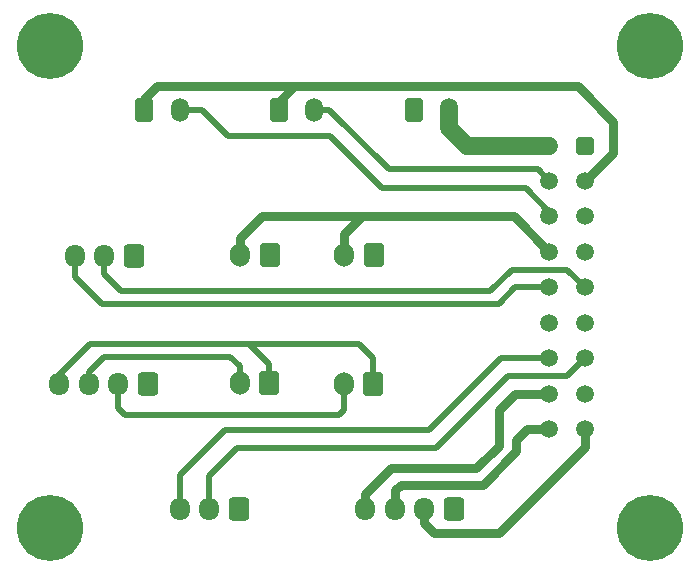
<source format=gbr>
%TF.GenerationSoftware,KiCad,Pcbnew,(6.0.6)*%
%TF.CreationDate,2022-07-16T02:29:14+02:00*%
%TF.ProjectId,breakbox_pcb,62726561-6b62-46f7-985f-7063622e6b69,rev?*%
%TF.SameCoordinates,Original*%
%TF.FileFunction,Copper,L1,Top*%
%TF.FilePolarity,Positive*%
%FSLAX46Y46*%
G04 Gerber Fmt 4.6, Leading zero omitted, Abs format (unit mm)*
G04 Created by KiCad (PCBNEW (6.0.6)) date 2022-07-16 02:29:14*
%MOMM*%
%LPD*%
G01*
G04 APERTURE LIST*
G04 Aperture macros list*
%AMRoundRect*
0 Rectangle with rounded corners*
0 $1 Rounding radius*
0 $2 $3 $4 $5 $6 $7 $8 $9 X,Y pos of 4 corners*
0 Add a 4 corners polygon primitive as box body*
4,1,4,$2,$3,$4,$5,$6,$7,$8,$9,$2,$3,0*
0 Add four circle primitives for the rounded corners*
1,1,$1+$1,$2,$3*
1,1,$1+$1,$4,$5*
1,1,$1+$1,$6,$7*
1,1,$1+$1,$8,$9*
0 Add four rect primitives between the rounded corners*
20,1,$1+$1,$2,$3,$4,$5,0*
20,1,$1+$1,$4,$5,$6,$7,0*
20,1,$1+$1,$6,$7,$8,$9,0*
20,1,$1+$1,$8,$9,$2,$3,0*%
G04 Aperture macros list end*
%TA.AperFunction,ComponentPad*%
%ADD10C,5.600000*%
%TD*%
%TA.AperFunction,ComponentPad*%
%ADD11RoundRect,0.250001X-0.499999X0.499999X-0.499999X-0.499999X0.499999X-0.499999X0.499999X0.499999X0*%
%TD*%
%TA.AperFunction,ComponentPad*%
%ADD12C,1.500000*%
%TD*%
%TA.AperFunction,ComponentPad*%
%ADD13RoundRect,0.250000X0.600000X0.725000X-0.600000X0.725000X-0.600000X-0.725000X0.600000X-0.725000X0*%
%TD*%
%TA.AperFunction,ComponentPad*%
%ADD14O,1.700000X1.950000*%
%TD*%
%TA.AperFunction,ComponentPad*%
%ADD15RoundRect,0.250000X0.600000X0.750000X-0.600000X0.750000X-0.600000X-0.750000X0.600000X-0.750000X0*%
%TD*%
%TA.AperFunction,ComponentPad*%
%ADD16O,1.700000X2.000000*%
%TD*%
%TA.AperFunction,ComponentPad*%
%ADD17RoundRect,0.250001X-0.499999X-0.759999X0.499999X-0.759999X0.499999X0.759999X-0.499999X0.759999X0*%
%TD*%
%TA.AperFunction,ComponentPad*%
%ADD18O,1.500000X2.020000*%
%TD*%
%TA.AperFunction,Conductor*%
%ADD19C,0.762000*%
%TD*%
%TA.AperFunction,Conductor*%
%ADD20C,0.508000*%
%TD*%
%TA.AperFunction,Conductor*%
%ADD21C,1.524000*%
%TD*%
G04 APERTURE END LIST*
D10*
%TO.P,REF\u002A\u002A,1*%
%TO.N,N/C*%
X54700000Y-95400000D03*
%TD*%
%TO.P,REF\u002A\u002A,1*%
%TO.N,N/C*%
X105500000Y-54600000D03*
%TD*%
D11*
%TO.P,Breakbox Out,1*%
%TO.N,N/C*%
X100000000Y-63000000D03*
D12*
%TO.P,Breakbox Out,2*%
X100000000Y-66000000D03*
%TO.P,Breakbox Out,3*%
X100000000Y-69000000D03*
%TO.P,Breakbox Out,4*%
X100000000Y-72000000D03*
%TO.P,Breakbox Out,5*%
X100000000Y-75000000D03*
%TO.P,Breakbox Out,6*%
X100000000Y-78000000D03*
%TO.P,Breakbox Out,7*%
X100000000Y-81000000D03*
%TO.P,Breakbox Out,8*%
X100000000Y-84000000D03*
%TO.P,Breakbox Out,9*%
X100000000Y-87000000D03*
%TO.P,Breakbox Out,10*%
X97000000Y-63000000D03*
%TO.P,Breakbox Out,11*%
X97000000Y-66000000D03*
%TO.P,Breakbox Out,12*%
X97000000Y-69000000D03*
%TO.P,Breakbox Out,13*%
X97000000Y-72000000D03*
%TO.P,Breakbox Out,14*%
X97000000Y-75000000D03*
%TO.P,Breakbox Out,15*%
X97000000Y-78000000D03*
%TO.P,Breakbox Out,16*%
X97000000Y-81000000D03*
%TO.P,Breakbox Out,17*%
X97000000Y-84000000D03*
%TO.P,Breakbox Out,18*%
X97000000Y-87000000D03*
%TD*%
D13*
%TO.P,Neo Pixel,1*%
%TO.N,N/C*%
X70700000Y-93800000D03*
D14*
%TO.P,Neo Pixel,2*%
X68200000Y-93800000D03*
%TO.P,Neo Pixel,3*%
X65700000Y-93800000D03*
%TD*%
D15*
%TO.P,Fan 1,1*%
%TO.N,N/C*%
X82150000Y-72300000D03*
D16*
%TO.P,Fan 1,2*%
X79650000Y-72300000D03*
%TD*%
D10*
%TO.P,REF\u002A\u002A,1*%
%TO.N,N/C*%
X54700000Y-54600000D03*
%TD*%
D17*
%TO.P,Therm 0 In,1*%
%TO.N,N/C*%
X74100000Y-59970000D03*
D18*
%TO.P,Therm 0 In,2*%
X77100000Y-59970000D03*
%TD*%
D13*
%TO.P,Probe,1*%
%TO.N,N/C*%
X61800000Y-72325000D03*
D14*
%TO.P,Probe,2*%
X59300000Y-72325000D03*
%TO.P,Probe,3*%
X56800000Y-72325000D03*
%TD*%
D15*
%TO.P,Endstop Y,1*%
%TO.N,N/C*%
X82100000Y-83150000D03*
D16*
%TO.P,Endstop Y,2*%
X79600000Y-83150000D03*
%TD*%
D17*
%TO.P,Therm 1 In,1*%
%TO.N,N/C*%
X62700000Y-59970000D03*
D18*
%TO.P,Therm 1 In,2*%
X65700000Y-59970000D03*
%TD*%
D13*
%TO.P,E-Motor,1*%
%TO.N,N/C*%
X88900000Y-93800000D03*
D14*
%TO.P,E-Motor,2*%
X86400000Y-93800000D03*
%TO.P,E-Motor,3*%
X83900000Y-93800000D03*
%TO.P,E-Motor,4*%
X81400000Y-93800000D03*
%TD*%
D17*
%TO.P,HE In,1*%
%TO.N,N/C*%
X85500000Y-59970000D03*
D18*
%TO.P,HE In,2*%
X88500000Y-59970000D03*
%TD*%
D10*
%TO.P,REF\u002A\u002A,1*%
%TO.N,N/C*%
X105500000Y-95400000D03*
%TD*%
D13*
%TO.P,Endstops X/Y,1*%
%TO.N,N/C*%
X63000000Y-83225000D03*
D14*
%TO.P,Endstops X/Y,2*%
X60500000Y-83225000D03*
%TO.P,Endstops X/Y,3*%
X58000000Y-83225000D03*
%TO.P,Endstops X/Y,4*%
X55500000Y-83225000D03*
%TD*%
D15*
%TO.P,Fan 0,1*%
%TO.N,N/C*%
X73350000Y-72300000D03*
D16*
%TO.P,Fan 0,2*%
X70850000Y-72300000D03*
%TD*%
D15*
%TO.P,Endstop X,1*%
%TO.N,N/C*%
X73300000Y-83125000D03*
D16*
%TO.P,Endstop X,2*%
X70800000Y-83125000D03*
%TD*%
D19*
%TO.N,*%
X102400000Y-61000000D02*
X102400000Y-63600000D01*
D20*
X69500000Y-87100000D02*
X86800000Y-87100000D01*
D19*
X74100000Y-59970000D02*
X74100000Y-59300000D01*
D20*
X93800000Y-73500000D02*
X98500000Y-73500000D01*
X94100000Y-75000000D02*
X97000000Y-75000000D01*
X78400000Y-62200000D02*
X82800000Y-66600000D01*
X77100000Y-59970000D02*
X78370000Y-59970000D01*
D19*
X92700000Y-88400000D02*
X92700000Y-85400000D01*
D20*
X79600000Y-85400000D02*
X79200000Y-85800000D01*
D19*
X83900000Y-93800000D02*
X83900000Y-92200000D01*
X94200000Y-87900000D02*
X95100000Y-87000000D01*
X84400000Y-91700000D02*
X91400000Y-91700000D01*
D20*
X92000000Y-75300000D02*
X93800000Y-73500000D01*
X59300000Y-72325000D02*
X59300000Y-73900000D01*
D19*
X100000000Y-88500000D02*
X100000000Y-87000000D01*
D20*
X86800000Y-87100000D02*
X92900000Y-81000000D01*
D19*
X102400000Y-63600000D02*
X100000000Y-66000000D01*
D20*
X73300000Y-83125000D02*
X73300000Y-81525000D01*
D21*
X90000000Y-63000000D02*
X97000000Y-63000000D01*
D19*
X70850000Y-72300000D02*
X70850000Y-70850000D01*
X76600000Y-58000000D02*
X99400000Y-58000000D01*
D20*
X78370000Y-59970000D02*
X83400000Y-65000000D01*
D19*
X87200000Y-95800000D02*
X92700000Y-95800000D01*
D21*
X88500000Y-59970000D02*
X88500000Y-61500000D01*
D20*
X59300000Y-73900000D02*
X60700000Y-75300000D01*
D19*
X79650000Y-72300000D02*
X79650000Y-70450000D01*
X81400000Y-93800000D02*
X81400000Y-92500000D01*
X92700000Y-85400000D02*
X94100000Y-84000000D01*
X62700000Y-59100000D02*
X63800000Y-58000000D01*
X72700000Y-69000000D02*
X81800000Y-69000000D01*
D20*
X68200000Y-90950000D02*
X70550000Y-88600000D01*
D19*
X95100000Y-87000000D02*
X97000000Y-87000000D01*
D20*
X97000000Y-68600000D02*
X97000000Y-69000000D01*
X83400000Y-65000000D02*
X96000000Y-65000000D01*
D19*
X62700000Y-59970000D02*
X62700000Y-59100000D01*
X86400000Y-93800000D02*
X86400000Y-95000000D01*
X92700000Y-95800000D02*
X100000000Y-88500000D01*
X81800000Y-69000000D02*
X94000000Y-69000000D01*
X94100000Y-84000000D02*
X97000000Y-84000000D01*
D20*
X98500000Y-73500000D02*
X100000000Y-75000000D01*
X56800000Y-72325000D02*
X56800000Y-74100000D01*
X60500000Y-85200000D02*
X60500000Y-83225000D01*
X93500000Y-82500000D02*
X98500000Y-82500000D01*
D19*
X83600000Y-90300000D02*
X90800000Y-90300000D01*
X79650000Y-70450000D02*
X81100000Y-69000000D01*
X70850000Y-70850000D02*
X72700000Y-69000000D01*
D20*
X87400000Y-88600000D02*
X93500000Y-82500000D01*
D19*
X94000000Y-69000000D02*
X97000000Y-72000000D01*
X83900000Y-92200000D02*
X84400000Y-91700000D01*
X63800000Y-58000000D02*
X76600000Y-58000000D01*
D20*
X92700000Y-76400000D02*
X94100000Y-75000000D01*
D19*
X90800000Y-90300000D02*
X92700000Y-88400000D01*
D20*
X92900000Y-81000000D02*
X97000000Y-81000000D01*
X56800000Y-74100000D02*
X59100000Y-76400000D01*
X69800000Y-62200000D02*
X78400000Y-62200000D01*
X71150000Y-79800000D02*
X80900000Y-79800000D01*
X70550000Y-88600000D02*
X87400000Y-88600000D01*
D19*
X74100000Y-59300000D02*
X75400000Y-58000000D01*
X99400000Y-58000000D02*
X102400000Y-61000000D01*
D20*
X80900000Y-79800000D02*
X82100000Y-81000000D01*
X59100000Y-76400000D02*
X92700000Y-76400000D01*
X70800000Y-81700000D02*
X70000000Y-80900000D01*
X55500000Y-82400000D02*
X55500000Y-83225000D01*
X61100000Y-85800000D02*
X60500000Y-85200000D01*
X60700000Y-75300000D02*
X92000000Y-75300000D01*
X65700000Y-59970000D02*
X67570000Y-59970000D01*
X71575000Y-79800000D02*
X71150000Y-79800000D01*
D19*
X86400000Y-95000000D02*
X87200000Y-95800000D01*
X91400000Y-91700000D02*
X94200000Y-88900000D01*
D20*
X82800000Y-66600000D02*
X95000000Y-66600000D01*
X79600000Y-83150000D02*
X79600000Y-85400000D01*
D19*
X94200000Y-88900000D02*
X94200000Y-87900000D01*
D20*
X58100000Y-79800000D02*
X55500000Y-82400000D01*
D19*
X81100000Y-69000000D02*
X81800000Y-69000000D01*
D20*
X68200000Y-93800000D02*
X68200000Y-90950000D01*
X65700000Y-93800000D02*
X65700000Y-90900000D01*
X82100000Y-81000000D02*
X82100000Y-83150000D01*
X70800000Y-83125000D02*
X70800000Y-81700000D01*
X58000000Y-82200000D02*
X58000000Y-83225000D01*
D21*
X88500000Y-61500000D02*
X90000000Y-63000000D01*
D20*
X96000000Y-65000000D02*
X97000000Y-66000000D01*
X59300000Y-80900000D02*
X58000000Y-82200000D01*
X98500000Y-82500000D02*
X100000000Y-81000000D01*
D19*
X81400000Y-92500000D02*
X83600000Y-90300000D01*
D20*
X95000000Y-66600000D02*
X97000000Y-68600000D01*
X79200000Y-85800000D02*
X61100000Y-85800000D01*
X71150000Y-79800000D02*
X58100000Y-79800000D01*
X65700000Y-90900000D02*
X69500000Y-87100000D01*
X67570000Y-59970000D02*
X69800000Y-62200000D01*
X70000000Y-80900000D02*
X59300000Y-80900000D01*
X73300000Y-81525000D02*
X71575000Y-79800000D01*
X75400000Y-58000000D02*
X76600000Y-58000000D01*
%TD*%
M02*

</source>
